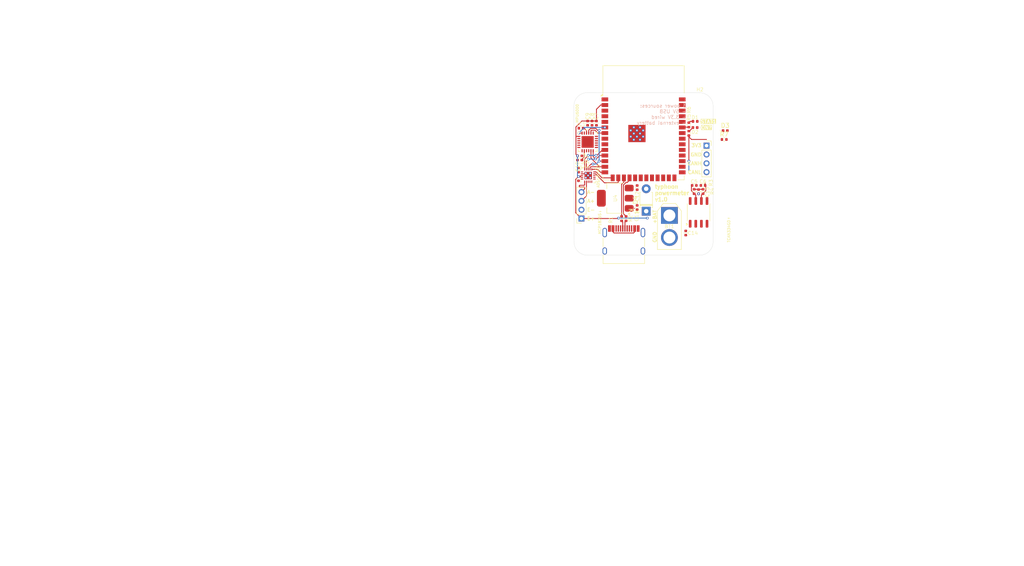
<source format=kicad_pcb>
(kicad_pcb (version 20240108) (generator "pcbnew") (generator_version "8.0")
  (title_block (title "dsads") (date "2024-07-18") (rev "1"))
  (layers (0 "F.Cu" signal) (31 "B.Cu" signal) (34 "B.Paste" user) (35 "F.Paste" user) (36 "B.SilkS" user "B.Silkscreen") (37 "F.SilkS" user "F.Silkscreen") (38 "B.Mask" user) (39 "F.Mask" user) (44 "Edge.Cuts" user))
  (net 0 "")
  (net 1 "+3V3")
  (net 2 "/SYNC_{ADC}")
  (net 3 "/ADS-")
  (net 6 "/CLK_{ADC}")
  (net 7 "/SCLK")
  (net 8 "Net-(ADS131M03-CAP)")
  (net 9 "/ADS+")
  (net 10 "/DRDY_{ADC}")
  (net 11 "/MISO")
  (net 13 "/CS_{ADC}")
  (net 14 "/MOSI")
  (net 18 "Net-(MPU6000-REGOUT)")
  (net 19 "Net-(MPU6000-CPOUT)")
  (net 20 "+5V")
  (net 21 "/CANL")
  (net 22 "/CANH")
  (net 28 "/INT_{gyro}")
  (net 33 "/CS_{gyro}")
  (net 36 "Net-(P1-D+)")
  (net 37 "Net-(P1-D-)")
  (net 46 "/USB_{D}+")
  (net 47 "/USB_{D}-")
  (net 48 "Net-(C13-Pad2)")
  (net 52 "/RX")
  (net 53 "/TX")
  (net 56 "GND")
  (net 57 "Net-(D1-A)")
  (net 58 "Net-(D2-A)")
  (net 59 "/LED")
  (net 60 "/STB_{CAN}")
  (net 61 "/SHDN_{CAN}")
  (net 69 "Net-(D3-A)")
  (net 70 "/LED_{1}")
  (net 71 "/LED_{2}")
  (footprint "LED_SMD:LED_0402_1005Metric" (layer "F.Cu") (at 190 64.7 180)
    (property "Reference" "D2" (at 0.015 -1 180) (layer "F.SilkS") (effects (font (size 0.8 0.8) (thickness 0.1))))
    (property "Value" "LED")
    (pad "1" smd roundrect (at -0.485 0 180) (size 0.59 0.64) (layers "F.Cu" "F.Paste" "F.Mask") (net 56 "GND"))
    (pad "2" smd roundrect (at 0.485 0 180) (size 0.59 0.64) (layers "F.Cu" "F.Paste" "F.Mask") (net 58 "Net-(D2-A)"))
  )
  (footprint "Resistor_SMD:R_0402_1005Metric" (layer "F.Cu") (at 188.6 64.1 90)
    (property "Reference" "R5" (at 1.7 0 270) (layer "F.SilkS") (effects (font (size 0.8 0.8) (thickness 0.1))))
    (property "Value" "320")
    (pad "1" smd roundrect (at -0.51 0 90) (size 0.54 0.64) (layers "F.Cu" "F.Paste" "F.Mask") (net 70 "/LED_{1}"))
    (pad "2" smd roundrect (at 0.51 0 90) (size 0.54 0.64) (layers "F.Cu" "F.Paste" "F.Mask") (net 57 "Net-(D1-A)"))
  )
  (footprint "0_stuff:ads" (layer "F.Cu") (at 165.827234 75.560566 90)
    (property "Reference" "ADS131M03" (at -0.139434 2.272766 90) (layer "F.SilkS") (effects (font (size 0.6 0.6) (thickness 0.1))))
    (property "Value" "~")
    (pad "1" smd oval (at -1.4 -0.8 180) (size 0.2 0.6) (layers "F.Cu" "F.Paste" "F.Mask") (net 9 "/ADS+"))
    (pad "2" smd oval (at -1.4 -0.4 180) (size 0.2 0.6) (layers "F.Cu" "F.Paste" "F.Mask") (net 3 "/ADS-"))
    (pad "3" smd oval (at -1.4 0 180) (size 0.2 0.6) (layers "F.Cu" "F.Paste" "F.Mask"))
    (pad "4" smd oval (at -1.4 0.4 180) (size 0.2 0.6) (layers "F.Cu" "F.Paste" "F.Mask"))
    (pad "5" smd oval (at -1.4 0.8 180) (size 0.2 0.6) (layers "F.Cu" "F.Paste" "F.Mask"))
    (pad "6" smd oval (at -0.8 1.4 90) (size 0.2 0.6) (layers "F.Cu" "F.Paste" "F.Mask"))
    (pad "7" smd oval (at -0.4 1.4 90) (size 0.2 0.6) (layers "F.Cu" "F.Paste" "F.Mask"))
    (pad "8" smd oval (at 0 1.4 90) (size 0.2 0.6) (layers "F.Cu" "F.Paste" "F.Mask"))
    (pad "9" smd oval (at 0.4 1.4 90) (size 0.2 0.6) (layers "F.Cu" "F.Paste" "F.Mask") (net 2 "/SYNC_{ADC}"))
    (pad "10" smd oval (at 0.8 1.4 90) (size 0.2 0.6) (layers "F.Cu" "F.Paste" "F.Mask") (net 13 "/CS_{ADC}"))
    (pad "11" smd oval (at 1.4 0.8 180) (size 0.2 0.6) (layers "F.Cu" "F.Paste" "F.Mask") (net 10 "/DRDY_{ADC}"))
    (pad "12" smd oval (at 1.4 0.4 180) (size 0.2 0.6) (layers "F.Cu" "F.Paste" "F.Mask") (net 7 "/SCLK"))
    (pad "13" smd oval (at 1.4 0 180) (size 0.2 0.6) (layers "F.Cu" "F.Paste" "F.Mask") (net 11 "/MISO"))
    (pad "14" smd oval (at 1.4 -0.4 180) (size 0.2 0.6) (layers "F.Cu" "F.Paste" "F.Mask") (net 14 "/MOSI"))
    (pad "15" smd oval (at 1.4 -0.8 180) (size 0.2 0.6) (layers "F.Cu" "F.Paste" "F.Mask") (net 6 "/CLK_{ADC}"))
    (pad "16" smd oval (at 0.8 -1.4 90) (size 0.2 0.6) (layers "F.Cu" "F.Paste" "F.Mask") (net 8 "Net-(ADS131M03-CAP)"))
    (pad "17" smd oval (at 0.4 -1.4 90) (size 0.2 0.6) (layers "F.Cu" "F.Paste" "F.Mask") (net 56 "GND"))
    (pad "18" smd oval (at 0 -1.4 90) (size 0.2 0.6) (layers "F.Cu" "F.Paste" "F.Mask") (net 1 "+3V3"))
    (pad "19" smd oval (at -0.4 -1.4 90) (size 0.2 0.6) (layers "F.Cu" "F.Paste" "F.Mask") (net 1 "+3V3"))
    (pad "20" smd oval (at -0.8 -1.4 90) (size 0.2 0.6) (layers "F.Cu" "F.Paste" "F.Mask") (net 56 "GND"))
    (pad "21" smd rect (at 0 0 90) (size 1.7 1.7) (layers "F.Cu" "F.Mask"))
  )
  (footprint "Capacitor_SMD:C_0402_1005Metric" (layer "F.Cu") (at 191.8 77.8 180)
    (property "Reference" "C6" (at 0.005 0.88 180) (layer "F.SilkS") (effects (font (size 0.8 0.8) (thickness 0.1))))
    (property "Value" "100p")
    (pad "1" smd roundrect (at -0.48 0 180) (size 0.56 0.62) (layers "F.Cu" "F.Paste" "F.Mask") (net 21 "/CANL"))
    (pad "2" smd roundrect (at 0.48 0 180) (size 0.56 0.62) (layers "F.Cu" "F.Paste" "F.Mask") (net 56 "GND"))
  )
  (footprint "Capacitor_SMD:C_0402_1005Metric" (layer "F.Cu") (at 163.4 71.58 90)
    (property "Reference" "C10" (at -1.98 0 270) (layer "F.SilkS") (effects (font (size 0.8 0.8) (thickness 0.1))))
    (property "Value" "1u")
    (pad "1" smd roundrect (at -0.48 0 90) (size 0.56 0.62) (layers "F.Cu" "F.Paste" "F.Mask") (net 56 "GND"))
    (pad "2" smd roundrect (at 0.48 0 90) (size 0.56 0.62) (layers "F.Cu" "F.Paste" "F.Mask") (net 1 "+3V3"))
  )
  (footprint "MountingHole:MountingHole_2.7mm_M2.5" (layer "F.Cu") (at 191.1 59.8)
    (property "Reference" "H2" (at 0 -3.7 0) (layer "F.SilkS") (effects (font (size 0.8 0.8) (thickness 0.1))))
    (property "Value" "M2.5")
    (pad "" np_thru_hole circle (at 0 0) (size 2.7 2.7) (drill 2.7) (layers "*.Cu" "*.Mask"))
  )
  (footprint "Capacitor_SMD:C_0402_1005Metric" (layer "F.Cu") (at 190.8 79.22 90)
    (property "Reference" "C13" (at -0.1 1.995 -90) (layer "F.SilkS") (effects (font (size 0.8 0.8) (thickness 0.1))))
    (property "Value" "4.7n")
    (pad "1" smd roundrect (at -0.48 0 90) (size 0.56 0.62) (layers "F.Cu" "F.Paste" "F.Mask") (net 56 "GND"))
    (pad "2" smd roundrect (at 0.48 0 90) (size 0.56 0.62) (layers "F.Cu" "F.Paste" "F.Mask") (net 48 "Net-(C13-Pad2)"))
  )
  (footprint "Package_SO:SO-8_3.9x4.9mm_P1.27mm" (layer "F.Cu") (at 190.8 83.9 90)
    (property "Reference" "U1" (hide yes))
    (property "Value" "~")
    (pad "1" smd roundrect (at -2.575 -1.905 90) (size 1.75 0.6) (layers "F.Cu" "F.Paste" "F.Mask") (net 53 "/TX"))
    (pad "2" smd roundrect (at -2.575 -0.635 90) (size 1.75 0.6) (layers "F.Cu" "F.Paste" "F.Mask") (net 56 "GND"))
    (pad "3" smd roundrect (at -2.575 0.635 90) (size 1.75 0.6) (layers "F.Cu" "F.Paste" "F.Mask") (net 1 "+3V3"))
    (pad "4" smd roundrect (at -2.575 1.905 90) (size 1.75 0.6) (layers "F.Cu" "F.Paste" "F.Mask") (net 52 "/RX"))
    (pad "5" smd roundrect (at 2.575 1.905 90) (size 1.75 0.6) (layers "F.Cu" "F.Paste" "F.Mask") (net 61 "/SHDN_{CAN}"))
    (pad "6" smd roundrect (at 2.575 0.635 90) (size 1.75 0.6) (layers "F.Cu" "F.Paste" "F.Mask") (net 21 "/CANL"))
    (pad "7" smd roundrect (at 2.575 -0.635 90) (size 1.75 0.6) (layers "F.Cu" "F.Paste" "F.Mask") (net 22 "/CANH"))
    (pad "8" smd roundrect (at 2.575 -1.905 90) (size 1.75 0.6) (layers "F.Cu" "F.Paste" "F.Mask") (net 60 "/STB_{CAN}"))
  )
  (footprint "MountingHole:MountingHole_2.7mm_M2.5" (layer "F.Cu") (at 191.1 90.6)
    (property "Reference" "H4" (hide yes))
    (property "Value" "M2.5")
    (pad "" np_thru_hole circle (at 0 0) (size 2.7 2.7) (drill 2.7) (layers "*.Cu" "*.Mask"))
  )
  (footprint "Resistor_SMD:R_0402_1005Metric" (layer "F.Cu") (at 188.6 66 90)
    (property "Reference" "R6" (at 5.3 0 90) (layer "F.SilkS") (effects (font (size 0.8 0.8) (thickness 0.1))))
    (property "Value" "320")
    (pad "1" smd roundrect (at -0.51 0 90) (size 0.54 0.64) (layers "F.Cu" "F.Paste" "F.Mask") (net 71 "/LED_{2}"))
    (pad "2" smd roundrect (at 0.51 0 90) (size 0.54 0.64) (layers "F.Cu" "F.Paste" "F.Mask") (net 58 "Net-(D2-A)"))
  )
  (footprint "0_stuff:QFN24_4X4X0P9_IVS" (layer "F.Cu") (at 165.7 67.949999 180)
    (property "Reference" "MPU6000" (hide yes))
    (property "Value" "~")
    (pad "1" smd rect (at -1.9939 -1.25 270) (size 0.254 0.7112) (layers "F.Cu" "F.Paste" "F.Mask") (net 56 "GND"))
    (pad "2" smd rect (at -1.9939 -0.750001 270) (size 0.254 0.7112) (layers "F.Cu" "F.Paste" "F.Mask"))
    (pad "3" smd rect (at -1.9939 -0.25 270) (size 0.254 0.7112) (layers "F.Cu" "F.Paste" "F.Mask"))
    (pad "4" smd rect (at -1.9939 0.25 270) (size 0.254 0.7112) (layers "F.Cu" "F.Paste" "F.Mask"))
    (pad "5" smd rect (at -1.9939 0.750001 270) (size 0.254 0.7112) (layers "F.Cu" "F.Paste" "F.Mask"))
    (pad "6" smd rect (at -1.9939 1.25 270) (size 0.254 0.7112) (layers "F.Cu" "F.Paste" "F.Mask") (net 56 "GND"))
    (pad "7" smd rect (at -1.25 1.9939 180) (size 0.254 0.7112) (layers "F.Cu" "F.Paste" "F.Mask") (net 56 "GND"))
    (pad "8" smd rect (at -0.750001 1.9939 180) (size 0.254 0.7112) (layers "F.Cu" "F.Paste" "F.Mask") (net 33 "/CS_{gyro}"))
    (pad "9" smd rect (at -0.25 1.9939 180) (size 0.254 0.7112) (layers "F.Cu" "F.Paste" "F.Mask") (net 11 "/MISO"))
    (pad "10" smd rect (at 0.25 1.9939 180) (size 0.254 0.7112) (layers "F.Cu" "F.Paste" "F.Mask") (net 18 "Net-(MPU6000-REGOUT)"))
    (pad "11" smd rect (at 0.750001 1.9939 180) (size 0.254 0.7112) (layers "F.Cu" "F.Paste" "F.Mask") (net 56 "GND"))
    (pad "12" smd rect (at 1.25 1.9939 180) (size 0.254 0.7112) (layers "F.Cu" "F.Paste" "F.Mask") (net 28 "/INT_{gyro}"))
    (pad "13" smd rect (at 1.9939 1.25 270) (size 0.254 0.7112) (layers "F.Cu" "F.Paste" "F.Mask") (net 1 "+3V3"))
    (pad "14" smd rect (at 1.9939 0.750001 270) (size 0.254 0.7112) (layers "F.Cu" "F.Paste" "F.Mask"))
    (pad "15" smd rect (at 1.9939 0.25 270) (size 0.254 0.7112) (layers "F.Cu" "F.Paste" "F.Mask"))
    (pad "16" smd rect (at 1.9939 -0.25 270) (size 0.254 0.7112) (layers "F.Cu" "F.Paste" "F.Mask"))
    (pad "17" smd rect (at 1.9939 -0.750001 270) (size 0.254 0.7112) (layers "F.Cu" "F.Paste" "F.Mask"))
    (pad "18" smd rect (at 1.9939 -1.25 270) (size 0.254 0.7112) (layers "F.Cu" "F.Paste" "F.Mask") (net 56 "GND"))
    (pad "19" smd rect (at 1.25 -1.9939 180) (size 0.254 0.7112) (layers "F.Cu" "F.Paste" "F.Mask"))
    (pad "20" smd rect (at 0.750001 -1.9939 180) (size 0.254 0.7112) (layers "F.Cu" "F.Paste" "F.Mask") (net 19 "Net-(MPU6000-CPOUT)"))
    (pad "21" smd rect (at 0.25 -1.9939 180) (size 0.254 0.7112) (layers "F.Cu" "F.Paste" "F.Mask"))
    (pad "22" smd rect (at -0.25 -1.9939 180) (size 0.254 0.7112) (layers "F.Cu" "F.Paste" "F.Mask"))
    (pad "23" smd rect (at -0.750001 -1.9939 180) (size 0.254 0.7112) (layers "F.Cu" "F.Paste" "F.Mask") (net 7 "/SCLK"))
    (pad "24" smd rect (at -1.25 -1.9939 180) (size 0.254 0.7112) (layers "F.Cu" "F.Paste" "F.Mask") (net 14 "/MOSI"))
    (pad "25" smd rect (at 0 0 180) (size 2.7432 2.6416) (layers "F.Cu" "F.Paste" "F.Mask"))
  )
  (footprint "Capacitor_SMD:C_0402_1005Metric" (layer "F.Cu") (at 176.9 78.3 -90)
    (property "Reference" "C12" (at 2 0 90) (layer "F.SilkS") (effects (font (size 0.8 0.8) (thickness 0.1))))
    (property "Value" "22u")
    (pad "1" smd roundrect (at -0.48 0 270) (size 0.56 0.62) (layers "F.Cu" "F.Paste" "F.Mask") (net 56 "GND"))
    (pad "2" smd roundrect (at 0.48 0 270) (size 0.56 0.62) (layers "F.Cu" "F.Paste" "F.Mask") (net 1 "+3V3"))
  )
  (footprint "Capacitor_SMD:C_0402_1005Metric" (layer "F.Cu") (at 166.6939 63.7 90)
    (property "Reference" "C8" (at 1.58 0 -90) (layer "F.SilkS") (effects (font (size 0.8 0.8) (thickness 0.1))))
    (property "Value" "100n")
    (pad "1" smd roundrect (at -0.48 0 90) (size 0.56 0.62) (layers "F.Cu" "F.Paste" "F.Mask") (net 56 "GND"))
    (pad "2" smd roundrect (at 0.48 0 90) (size 0.56 0.62) (layers "F.Cu" "F.Paste" "F.Mask") (net 1 "+3V3"))
  )
  (footprint "Resistor_SMD:R_0402_1005Metric" (layer "F.Cu") (at 174.39 85.31 90)
    (property "Reference" "R2" (at 0.01 1 270) (layer "F.SilkS") (effects (font (size 0.8 0.8) (thickness 0.1))))
    (property "Value" "22")
    (pad "1" smd roundrect (at -0.51 0 90) (size 0.54 0.64) (layers "F.Cu" "F.Paste" "F.Mask") (net 37 "Net-(P1-D-)"))
    (pad "2" smd roundrect (at 0.51 0 90) (size 0.54 0.64) (layers "F.Cu" "F.Paste" "F.Mask") (net 47 "/USB_{D}-"))
  )
  (footprint "Connector_AMASS:AMASS_XT30U-M_1x02_P5.0mm_Vertical" (layer "F.Cu") (at 184.2 84.6 -90)
    (property "Reference" "BT1" (at 2.5 0 180) (layer "F.SilkS") (effects (font (size 0.8 0.8) (thickness 0.1))))
    (property "Value" "Battery_Cell")
    (fp_text user "+BAT" (at 0.3 3.3 90) (layer "F.SilkS") (effects (font (size 0.8 0.8) (thickness 0.16) (bold yes))))
    (fp_text user "GND" (at 4.9 3.3 -90) (layer "F.SilkS") (effects (font (size 0.8 0.8) (thickness 0.16) (bold yes))))
    (pad "1" thru_hole rect (at 0 0 270) (size 3.8 3.8) (drill 2.7) (layers "*.Cu" "*.Mask") (net 20 "+5V"))
    (pad "2" thru_hole circle (at 5 0 270) (size 3.8 3.8) (drill 2.7) (layers "*.Cu" "*.Mask") (net 56 "GND"))
  )
  (footprint "Capacitor_SMD:C_0402_1005Metric" (layer "F.Cu") (at 163.627234 74.32 -90)
    (property "Reference" "C4" (at -1.1939 -0.972766 90) (layer "F.SilkS") (effects (font (size 0.8 0.8) (thickness 0.1))))
    (property "Value" "220n")
    (pad "1" smd roundrect (at -0.48 0 270) (size 0.56 0.62) (layers "F.Cu" "F.Paste" "F.Mask") (net 56 "GND"))
    (pad "2" smd roundrect (at 0.48 0 270) (size 0.56 0.62) (layers "F.Cu" "F.Paste" "F.Mask") (net 8 "Net-(ADS131M03-CAP)"))
  )
  (footprint "Resistor_SMD:R_0402_1005Metric" (layer "F.Cu") (at 173.39 85.31 90)
    (property "Reference" "R1" (at -0.29 -2.45 270) (layer "F.SilkS") (effects (font (size 0.8 0.8) (thickness 0.1))))
    (property "Value" "22")
    (pad "1" smd roundrect (at -0.51 0 90) (size 0.54 0.64) (layers "F.Cu" "F.Paste" "F.Mask") (net 36 "Net-(P1-D+)"))
    (pad "2" smd roundrect (at 0.51 0 90) (size 0.54 0.64) (layers "F.Cu" "F.Paste" "F.Mask") (net 46 "/USB_{D}+"))
  )
  (footprint "RF_Module:ESP32-S3-WROOM-1" (layer "F.Cu") (at 178.35 63.59)
    (property "Reference" "U2" (hide yes))
    (property "Value" "ESP32-S3-WROOM-1")
    (pad "1" smd rect (at -8.75 -5.26) (size 1.5 0.9) (layers "F.Cu" "F.Paste" "F.Mask") (net 56 "GND"))
    (pad "2" smd rect (at -8.75 -3.99) (size 1.5 0.9) (layers "F.Cu" "F.Paste" "F.Mask") (net 1 "+3V3"))
    (pad "3" smd rect (at -8.75 -2.72) (size 1.5 0.9) (layers "F.Cu" "F.Paste" "F.Mask"))
    (pad "4" smd rect (at -8.75 -1.45) (size 1.5 0.9) (layers "F.Cu" "F.Paste" "F.Mask") (net 59 "/LED"))
    (pad "5" smd rect (at -8.75 -0.18) (size 1.5 0.9) (layers "F.Cu" "F.Paste" "F.Mask"))
    (pad "6" smd rect (at -8.75 1.09) (size 1.5 0.9) (layers "F.Cu" "F.Paste" "F.Mask") (net 28 "/INT_{gyro}"))
    (pad "7" smd rect (at -8.75 2.36) (size 1.5 0.9) (layers "F.Cu" "F.Paste" "F.Mask") (net 33 "/CS_{gyro}"))
    (pad "8" smd rect (at -8.75 3.63) (size 1.5 0.9) (layers "F.Cu" "F.Paste" "F.Mask"))
    (pad "9" smd rect (at -8.75 4.9) (size 1.5 0.9) (layers "F.Cu" "F.Paste" "F.Mask"))
    (pad "10" smd rect (at -8.75 6.17) (size 1.5 0.9) (layers "F.Cu" "F.Paste" "F.Mask") (net 6 "/CLK_{ADC}"))
    (pad "11" smd rect (at -8.75 7.44) (size 1.5 0.9) (layers "F.Cu" "F.Paste" "F.Mask") (net 14 "/MOSI"))
    (pad "12" smd rect (at -8.75 8.71) (size 1.5 0.9) (layers "F.Cu" "F.Paste" "F.Mask") (net 11 "/MISO"))
    (pad "13" smd rect (at -8.75 9.98) (size 1.5 0.9) (layers "F.Cu" "F.Paste" "F.Mask") (net 7 "/SCLK"))
    (pad "14" smd rect (at -8.75 11.25 180) (size 1.5 0.9) (layers "F.Cu" "F.Paste" "F.Mask") (net 10 "/DRDY_{ADC}"))
    (pad "15" smd rect (at -6.985 12.5 270) (size 1.5 0.9) (layers "F.Cu" "F.Paste" "F.Mask") (net 13 "/CS_{ADC}"))
    (pad "16" smd rect (at -5.715 12.5 270) (size 1.5 0.9) (layers "F.Cu" "F.Paste" "F.Mask") (net 2 "/SYNC_{ADC}"))
    (pad "17" smd rect (at -4.445 12.5 270) (size 1.5 0.9) (layers "F.Cu" "F.Paste" "F.Mask") (net 46 "/USB_{D}+"))
    (pad "18" smd rect (at -3.175 12.5 270) (size 1.5 0.9) (layers "F.Cu" "F.Paste" "F.Mask") (net 47 "/USB_{D}-"))
    (pad "19" smd rect (at -1.905 12.5 270) (size 1.5 0.9) (layers "F.Cu" "F.Paste" "F.Mask"))
    (pad "20" smd rect (at -0.635 12.5 270) (size 1.5 0.9) (layers "F.Cu" "F.Paste" "F.Mask"))
    (pad "21" smd rect (at 0.635 12.5 270) (size 1.5 0.9) (layers "F.Cu" "F.Paste" "F.Mask"))
    (pad "22" smd rect (at 1.905 12.5 270) (size 1.5 0.9) (layers "F.Cu" "F.Paste" "F.Mask"))
    (pad "23" smd rect (at 3.175 12.5 270) (size 1.5 0.9) (layers "F.Cu" "F.Paste" "F.Mask"))
    (pad "24" smd rect (at 4.445 12.5 270) (size 1.5 0.9) (layers "F.Cu" "F.Paste" "F.Mask"))
    (pad "25" smd rect (at 5.715 12.5 270) (size 1.5 0.9) (layers "F.Cu" "F.Paste" "F.Mask") (net 53 "/TX"))
    (pad "26" smd rect (at 6.985 12.5 270) (size 1.5 0.9) (layers "F.Cu" "F.Paste" "F.Mask") (net 52 "/RX"))
    (pad "27" smd rect (at 8.75 11.25) (size 1.5 0.9) (layers "F.Cu" "F.Paste" "F.Mask") (net 61 "/SHDN_{CAN}"))
    (pad "28" smd rect (at 8.75 9.98) (size 1.5 0.9) (layers "F.Cu" "F.Paste" "F.Mask") (net 60 "/STB_{CAN}"))
    (pad "29" smd rect (at 8.75 8.71) (size 1.5 0.9) (layers "F.Cu" "F.Paste" "F.Mask"))
    (pad "30" smd rect (at 8.75 7.44) (size 1.5 0.9) (layers "F.Cu" "F.Paste" "F.Mask"))
    (pad "31" smd rect (at 8.75 6.17) (size 1.5 0.9) (layers "F.Cu" "F.Paste" "F.Mask"))
    (pad "32" smd rect (at 8.75 4.9) (size 1.5 0.9) (layers "F.Cu" "F.Paste" "F.Mask"))
    (pad "33" smd rect (at 8.75 3.63) (size 1.5 0.9) (layers "F.Cu" "F.Paste" "F.Mask"))
    (pad "34" smd rect (at 8.75 2.36) (size 1.5 0.9) (layers "F.Cu" "F.Paste" "F.Mask"))
    (pad "35" smd rect (at 8.75 1.09) (size 1.5 0.9) (layers "F.Cu" "F.Paste" "F.Mask") (net 59 "/LED"))
    (pad "36" smd rect (at 8.75 -0.18) (size 1.5 0.9) (layers "F.Cu" "F.Paste" "F.Mask"))
    (pad "37" smd rect (at 8.75 -1.45) (size 1.5 0.9) (layers "F.Cu" "F.Paste" "F.Mask"))
    (pad "38" smd rect (at 8.75 -2.72) (size 1.5 0.9) (layers "F.Cu" "F.Paste" "F.Mask"))
    (pad "39" smd rect (at 8.75 -3.99) (size 1.5 0.9) (layers "F.Cu" "F.Paste" "F.Mask"))
    (pad "40" smd rect (at 8.75 -5.26) (size 1.5 0.9) (layers "F.Cu" "F.Paste" "F.Mask") (net 56 "GND"))
    (pad "41" thru_hole circle (at -2.9 1.76 90) (size 0.6 0.6) (drill 0.3) (property pad_prop_heatsink) (layers "*.Cu" "F.Mask") (net 56 "GND"))
    (pad "41" thru_hole circle (at -2.9 3.16) (size 0.6 0.6) (drill 0.3) (property pad_prop_heatsink) (layers "*.Cu" "F.Mask") (net 56 "GND"))
    (pad "41" thru_hole circle (at -2.2 1.06) (size 0.6 0.6) (drill 0.3) (property pad_prop_heatsink) (layers "*.Cu" "F.Mask") (net 56 "GND"))
    (pad "41" thru_hole circle (at -2.2 2.46) (size 0.6 0.6) (drill 0.3) (property pad_prop_heatsink) (layers "*.Cu" "F.Mask") (net 56 "GND"))
    (pad "41" thru_hole circle (at -2.2 3.86) (size 0.6 0.6) (drill 0.3) (property pad_prop_heatsink) (layers "*.Cu" "F.Mask") (net 56 "GND"))
    (pad "41" thru_hole circle (at -1.5 1.76) (size 0.6 0.6) (drill 0.3) (property pad_prop_heatsink) (layers "*.Cu" "F.Mask") (net 56 "GND"))
    (pad "41" smd rect (at -1.5 2.46 270) (size 3.9 3.9) (layers "F.Cu" "F.Mask") (net 56 "GND"))
    (pad "41" thru_hole circle (at -1.5 3.16) (size 0.6 0.6) (drill 0.3) (property pad_prop_heatsink) (layers "*.Cu" "F.Mask") (net 56 "GND"))
    (pad "41" thru_hole circle (at -0.8 1.06) (size 0.6 0.6) (drill 0.3) (property pad_prop_heatsink) (layers "*.Cu" "F.Mask") (net 56 "GND"))
    (pad "41" thru_hole circle (at -0.8 2.46) (size 0.6 0.6) (drill 0.3) (property pad_prop_heatsink) (layers "*.Cu" "F.Mask") (net 56 "GND"))
    (pad "41" thru_hole circle (at -0.8 3.86) (size 0.6 0.6) (drill 0.3) (property pad_prop_heatsink) (layers "*.Cu" "F.Mask") (net 56 "GND"))
    (pad "41" thru_hole circle (at -0.1 1.76) (size 0.6 0.6) (drill 0.3) (property pad_prop_heatsink) (layers "*.Cu" "F.Mask") (net 56 "GND"))
    (pad "41" thru_hole circle (at -0.1 3.16) (size 0.6 0.6) (drill 0.3) (property pad_prop_heatsink) (layers "*.Cu" "F.Mask") (net 56 "GND"))
  )
  (footprint "Capacitor_SMD:C_0402_1005Metric" (layer "F.Cu") (at 163.627234 76.2739 90)
    (property "Reference" "C3" (at 3.1739 1.972766 -90) (layer "F.SilkS") (effects (font (size 0.8 0.8) (thickness 0.1))))
    (property "Value" "1u")
    (pad "1" smd roundrect (at -0.48 0 90) (size 0.56 0.62) (layers "F.Cu" "F.Paste" "F.Mask") (net 56 "GND"))
    (pad "2" smd roundrect (at 0.48 0 90) (size 0.56 0.62) (layers "F.Cu" "F.Paste" "F.Mask") (net 1 "+3V3"))
  )
  (footprint "Connector_USB:USB_C_Receptacle_HRO_TYPE-C-31-M-12" (layer "F.Cu") (at 173.89 91.6)
    (property "Reference" "P1" (hide yes))
    (property "Value" "USB_C_Plug_USB2.0")
    (pad "" np_thru_hole circle (at -2.89 -2.6) (size 0.65 0.65) (drill 0.65) (layers "*.Cu" "*.Mask"))
    (pad "" np_thru_hole circle (at 2.89 -2.6) (size 0.65 0.65) (drill 0.65) (layers "*.Cu" "*.Mask"))
    (pad "A1" smd rect (at -3.25 -4.045) (size 0.6 1.45) (layers "F.Cu" "F.Paste" "F.Mask") (net 56 "GND"))
    (pad "A4" smd rect (at -2.45 -4.045) (size 0.6 1.45) (layers "F.Cu" "F.Paste" "F.Mask") (net 20 "+5V"))
    (pad "A5" smd rect (at -1.25 -4.045) (size 0.3 1.45) (layers "F.Cu" "F.Paste" "F.Mask") (net 56 "GND"))
    (pad "A6" smd rect (at -0.25 -4.045) (size 0.3 1.45) (layers "F.Cu" "F.Paste" "F.Mask") (net 36 "Net-(P1-D+)"))
    (pad "A7" smd rect (at 0.25 -4.045) (size 0.3 1.45) (layers "F.Cu" "F.Paste" "F.Mask") (net 37 "Net-(P1-D-)"))
    (pad "A8" smd rect (at 1.25 -4.045) (size 0.3 1.45) (layers "F.Cu" "F.Paste" "F.Mask"))
    (pad "A9" smd rect (at 2.45 -4.045) (size 0.6 1.45) (layers "F.Cu" "F.Paste" "F.Mask") (net 20 "+5V"))
    (pad "A12" smd rect (at 3.25 -4.045) (size 0.6 1.45) (layers "F.Cu" "F.Paste" "F.Mask") (net 56 "GND"))
    (pad "B1" smd rect (at 3.25 -4.045) (size 0.6 1.45) (layers "F.Cu" "F.Paste" "F.Mask") (net 56 "GND"))
    (pad "B4" smd rect (at 2.45 -4.045) (size 0.6 1.45) (layers "F.Cu" "F.Paste" "F.Mask") (net 20 "+5V"))
    (pad "B5" smd rect (at 1.75 -4.045) (size 0.3 1.45) (layers "F.Cu" "F.Paste" "F.Mask") (net 56 "GND"))
    (pad "B6" smd rect (at 0.75 -4.045) (size 0.3 1.45) (layers "F.Cu" "F.Paste" "F.Mask"))
    (pad "B7" smd rect (at -0.75 -4.045) (size 0.3 1.45) (layers "F.Cu" "F.Paste" "F.Mask"))
    (pad "B8" smd rect (at -1.75 -4.045) (size 0.3 1.45) (layers "F.Cu" "F.Paste" "F.Mask"))
    (pad "B9" smd rect (at -2.45 -4.045) (size 0.6 1.45) (layers "F.Cu" "F.Paste" "F.Mask") (net 20 "+5V"))
    (pad "B12" smd rect (at -3.25 -4.045) (size 0.6 1.45) (layers "F.Cu" "F.Paste" "F.Mask") (net 56 "GND"))
    (pad "S1" thru_hole oval (at -4.32 -3.13) (size 1 2.1) (drill oval 0.6 1.7) (layers "*.Cu" "*.Mask") (net 56 "GND"))
    (pad "S1" thru_hole oval (at -4.32 1.05) (size 1 1.6) (drill oval 0.6 1.2) (layers "*.Cu" "*.Mask") (net 56 "GND"))
    (pad "S1" thru_hole oval (at 4.32 -3.13) (size 1 2.1) (drill oval 0.6 1.7) (layers "*.Cu" "*.Mask") (net 56 "GND"))
    (pad "S1" thru_hole oval (at 4.32 1.05) (size 1 1.6) (drill oval 0.6 1.2) (layers "*.Cu" "*.Mask") (net 56 "GND"))
  )
  (footprint "Capacitor_SMD:C_0402_1005Metric" (layer "F.Cu") (at 165.6939 63.7 90)
    (property "Reference" "C9" (at 1.58 0 -90) (layer "F.SilkS") (effects (font (size 0.8 0.8) (thickness 0.1))))
    (property "Value" "1u")
    (pad "1" smd roundrect (at -0.48 0 90) (size 0.56 0.62) (layers "F.Cu" "F.Paste" "F.Mask") (net 56 "GND"))
    (pad "2" smd roundrect (at 0.48 0 90) (size 0.56 0.62) (layers "F.Cu" "F.Paste" "F.Mask") (net 1 "+3V3"))
  )
  (footprint "Diode_THT:D_T-1_P5.08mm_Horizontal" (layer "F.Cu") (at 178.95 83.64 90)
    (property "Reference" "D4" (at 2.54 -2.42 270) (layer "F.SilkS"))
    (property "Value" "D")
    (fp_text user "K" (at 0 -2 270) (layer "F.SilkS"))
    (pad "1" thru_hole rect (at 0 0 90) (size 2 2) (drill 1) (layers "*.Cu" "*.Mask") (net 20 "+5V"))
    (pad "2" thru_hole oval (at 5.08 0 90) (size 2 2) (drill 1) (layers "*.Cu" "*.Mask") (net 1 "+3V3"))
  )
  (footprint "Resistor_SMD:R_0402_1005Metric" (layer "F.Cu") (at 191.8 79.19 -90)
    (property "Reference" "R4" (at -0.065 -2.095 90) (layer "F.SilkS") (effects (font (size 0.8 0.8) (thickness 0.1))))
    (property "Value" "60")
    (pad "1" smd roundrect (at -0.51 0 270) (size 0.54 0.64) (layers "F.Cu" "F.Paste" "F.Mask") (net 48 "Net-(C13-Pad2)"))
    (pad "2" smd roundrect (at 0.51 0 270) (size 0.54 0.64) (layers "F.Cu" "F.Paste" "F.Mask") (net 21 "/CANL"))
  )
  (footprint "MountingHole:MountingHole_2.7mm_M2.5" (layer "F.Cu") (at 165.6 59.8)
    (property "Reference" "H1" (hide yes))
    (property "Value" "M2.5")
    (pad "" np_thru_hole circle (at 0 0) (size 2.7 2.7) (drill 2.7) (layers "*.Cu" "*.Mask"))
  )
  (footprint "Capacitor_SMD:C_0402_1005Metric" (layer "F.Cu") (at 187.9 88.58 90)
    (property "Reference" "C14" (at 0 1.6 0) (layer "F.SilkS") (effects (font (size 0.8 0.8) (thickness 0.1))))
    (property "Value" "100n")
    (pad "1" smd roundrect (at -0.48 0 90) (size 0.56 0.62) (layers "F.Cu" "F.Paste" "F.Mask") (net 56 "GND"))
    (pad "2" smd roundrect (at 0.48 0 90) (size 0.56 0.62) (layers "F.Cu" "F.Paste" "F.Mask") (net 1 "+3V3"))
  )
  (footprint "LED_SMD:LED_0402_1005Metric" (layer "F.Cu") (at 196.825 65.41)
    (property "Reference" "D3" (at 0 -1.17 0) (layer "F.SilkS"))
    (property "Value" "LED")
    (pad "1" smd roundrect (at -0.485 0) (size 0.59 0.64) (layers "F.Cu" "F.Paste" "F.Mask") (net 56 "GND"))
    (pad "2" smd roundrect (at 0.485 0) (size 0.59 0.64) (layers "F.Cu" "F.Paste" "F.Mask") (net 69 "Net-(D3-A)"))
  )
  (footprint "Capacitor_SMD:C_0402_1005Metric" (layer "F.Cu") (at 164.4 71.58 90)
    (property "Reference" "C2" (at 0 1 270) (layer "F.SilkS") (effects (font (size 0.8 0.8) (thickness 0.1))))
    (property "Value" "2.2n")
    (pad "1" smd roundrect (at -0.48 0 90) (size 0.56 0.62) (layers "F.Cu" "F.Paste" "F.Mask") (net 56 "GND"))
    (pad "2" smd roundrect (at 0.48 0 90) (size 0.56 0.62) (layers "F.Cu" "F.Paste" "F.Mask") (net 19 "Net-(MPU6000-CPOUT)"))
  )
  (footprint "Resistor_SMD:R_0402_1005Metric" (layer "F.Cu") (at 196.59 67.4)
    (property "Reference" "R7" (at 0 -1.17 0) (layer "F.SilkS"))
    (property "Value" "320")
    (pad "1" smd roundrect (at -0.51 0) (size 0.54 0.64) (layers "F.Cu" "F.Paste" "F.Mask") (net 1 "+3V3"))
    (pad "2" smd roundrect (at 0.51 0) (size 0.54 0.64) (layers "F.Cu" "F.Paste" "F.Mask") (net 69 "Net-(D3-A)"))
  )
  (footprint "Resistor_SMD:R_0402_1005Metric" (layer "F.Cu") (at 189.8 79.19 90)
    (property "Reference" "R3" (at 1.99 3.8 -90) (layer "F.SilkS") (effects (font (size 0.8 0.8) (thickness 0.1))))
    (property "Value" "60")
    (pad "1" smd roundrect (at -0.51 0 90) (size 0.54 0.64) (layers "F.Cu" "F.Paste" "F.Mask") (net 22 "/CANH"))
    (pad "2" smd roundrect (at 0.51 0 90) (size 0.54 0.64) (layers "F.Cu" "F.Paste" "F.Mask") (net 48 "Net-(C13-Pad2)"))
  )
  (footprint "Connector_PinSocket_2.00mm:PinSocket_1x04_P2.00mm_Vertical" (layer "F.Cu") (at 164.3 85.3 180)
    (property "Reference" "J4" (hide yes))
    (property "Value" "Conn_01x04_Pin")
    (pad "1" thru_hole rect (at 0 0 180) (size 1.35 1.35) (drill 0.8) (layers "*.Cu" "*.Mask") (net 1 "+3V3"))
    (pad "2" thru_hole oval (at 0 2 180) (size 1.35 1.35) (drill 0.8) (layers "*.Cu" "*.Mask") (net 56 "GND"))
    (pad "3" thru_hole oval (at 0 4 180) (size 1.35 1.35) (drill 0.8) (layers "*.Cu" "*.Mask") (net 3 "/ADS-"))
    (pad "4" thru_hole oval (at 0 6 180) (size 1.35 1.35) (drill 0.8) (layers "*.Cu" "*.Mask") (net 9 "/ADS+"))
  )
  (footprint "Package_TO_SOT_SMD:SOT-223-3_TabPin2" (layer "F.Cu") (at 171.95 80.7 180)
    (property "Reference" "U4" (at 0 0 270) (layer "F.SilkS") (effects (font (size 0.8 0.8) (thickness 0.1))))
    (property "Value" "MCP1825S")
    (pad "1" smd roundrect (at -3.15 -2.3 180) (size 2 1.5) (layers "F.Cu" "F.Paste" "F.Mask") (net 20 "+5V"))
    (pad "2" smd roundrect (at -3.15 0 180) (size 2 1.5) (layers "F.Cu" "F.Paste" "F.Mask") (net 56 "GND"))
    (pad "2" smd roundrect (at 3.15 0 180) (size 2 3.8) (layers "F.Cu" "F.Paste" "F.Mask") (net 56 "GND"))
    (pad "3" smd roundrect (at -3.15 2.3 180) (size 2 1.5) (layers "F.Cu" "F.Paste" "F.Mask") (net 1 "+3V3"))
  )
  (footprint "LED_SMD:LED_0402_1005Metric" (layer "F.Cu") (at 190.015 63.3 180)
    (property "Reference" "D1" (at 0.015 0.9 180) (layer "F.SilkS") (effects (font (size 0.8 0.8) (thickness 0.1))))
    (property "Value" "LED")
    (pad "1" smd roundrect (at -0.485 0 180) (size 0.59 0.64) (layers "F.Cu" "F.Paste" "F.Mask") (net 56 "GND"))
    (pad "2" smd roundrect (at 0.485 0 180) (size 0.59 0.64) (layers "F.Cu" "F.Paste" "F.Mask") (net 57 "Net-(D1-A)"))
  )
  (footprint "MountingHole:MountingHole_2.7mm_M2.5" (layer "F.Cu") (at 165.6 90.6)
    (property "Reference" "H3" (hide yes))
    (property "Value" "M2.5")
    (pad "" np_thru_hole circle (at 0 0) (size 2.7 2.7) (drill 2.7) (layers "*.Cu" "*.Mask"))
  )
  (footprint "Capacitor_SMD:C_0402_1005Metric" (layer "F.Cu") (at 176.9 82.8 -90)
    (property "Reference" "C11" (at 2 0.11 90) (layer "F.SilkS") (effects (font (size 0.8 0.8) (thickness 0.1))))
    (property "Value" "22u")
    (pad "1" smd roundrect (at -0.48 0 270) (size 0.56 0.62) (layers "F.Cu" "F.Paste" "F.Mask") (net 56 "GND"))
    (pad "2" smd roundrect (at 0.48 0 270) (size 0.56 0.62) (layers "F.Cu" "F.Paste" "F.Mask") (net 20 "+5V"))
  )
  (footprint "Capacitor_SMD:C_0402_1005Metric" (layer "F.Cu") (at 167.6939 63.7 90)
    (property "Reference" "C7" (at 1.58 0 -90) (layer "F.SilkS") (effects (font (size 0.8 0.8) (thickness 0.1))))
    (property "Value" "10n")
    (pad "1" smd roundrect (at -0.48 0 90) (size 0.56 0.62) (layers "F.Cu" "F.Paste" "F.Mask") (net 56 "GND"))
    (pad "2" smd roundrect (at 0.48 0 90) (size 0.56 0.62) (layers "F.Cu" "F.Paste" "F.Mask") (net 1 "+3V3"))
  )
  (footprint "Capacitor_SMD:C_0402_1005Metric" (layer "F.Cu") (at 164.1861 64.843899)
    (property "Reference" "C1" (at 0.3139 -0.943899 0) (layer "F.SilkS") (effects (font (size 0.8 0.8) (thickness 0.1))))
    (property "Value" "100n")
    (pad "1" smd roundrect (at -0.48 0) (size 0.56 0.62) (layers "F.Cu" "F.Paste" "F.Mask") (net 56 "GND"))
    (pad "2" smd roundrect (at 0.48 0) (size 0.56 0.62) (layers "F.Cu" "F.Paste" "F.Mask") (net 18 "Net-(MPU6000-REGOUT)"))
  )
  (footprint "Connector_PinSocket_2.00mm:PinSocket_1x04_P2.00mm_Vertical" (layer "F.Cu") (at 192.6 68.8)
    (property "Reference" "J2" (hide yes))
    (property "Value" "Conn_01x04_Pin")
    (pad "1" thru_hole rect (at 0 0) (size 1.35 1.35) (drill 0.8) (layers "*.Cu" "*.Mask") (net 1 "+3V3"))
    (pad "2" thru_hole oval (at 0 2) (size 1.35 1.35) (drill 0.8) (layers "*.Cu" "*.Mask") (net 56 "GND"))
    (pad "3" thru_hole oval (at 0 4) (size 1.35 1.35) (drill 0.8) (layers "*.Cu" "*.Mask") (net 22 "/CANH"))
    (pad "4" thru_hole oval (at 0 6) (size 1.35 1.35) (drill 0.8) (layers "*.Cu" "*.Mask") (net 21 "/CANL"))
  )
  (footprint "Capacitor_SMD:C_0402_1005Metric" (layer "F.Cu") (at 189.82 77.8)
    (property "Reference" "C5" (at -0.025 -0.88 0) (layer "F.SilkS") (effects (font (size 0.8 0.8) (thickness 0.1))))
    (property "Value" "100p")
    (pad "1" smd roundrect (at -0.48 0) (size 0.56 0.62) (layers "F.Cu" "F.Paste" "F.Mask") (net 22 "/CANH"))
    (pad "2" smd roundrect (at 0.48 0) (size 0.56 0.62) (layers "F.Cu" "F.Paste" "F.Mask") (net 56 "GND"))
  )
  (gr_line (start 162.6 59.8) (end 162.62132 90.6) (stroke (width 0.05)) (layer "Edge.Cuts"))
  (gr_line (start 165.6 56.8) (end 191.07868 56.82132) (stroke (width 0.05)) (layer "Edge.Cuts"))
  (gr_arc (start 165.62132 93.6) (mid 163.499994 92.721326) (end 162.62132 90.6) (stroke (width 0.05)) (layer "Edge.Cuts"))
  (gr_arc (start 191.07868 56.82132) (mid 193.2 57.7) (end 194.07868 59.82132) (stroke (width 0.05)) (layer "Edge.Cuts"))
  (gr_line (start 194.07868 59.82132) (end 194.078674 90.6) (stroke (width 0.05)) (layer "Edge.Cuts"))
  (gr_arc (start 162.6 59.8) (mid 163.478673 57.678667) (end 165.6 56.8) (stroke (width 0.05)) (layer "Edge.Cuts"))
  (gr_arc (start 194.078674 90.6) (mid 193.200002 92.721328) (end 191.078674 93.6) (stroke (width 0.05)) (layer "Edge.Cuts"))
  (gr_line (start 165.62132 93.6) (end 191.078674 93.599994) (stroke (width 0.05)) (layer "Edge.Cuts"))
  (gr_text "3 power sources:\n- 5V USB\n- 3.3V wired\n- external battery" (at 188.1 64.1 0) (layer "B.SilkS") (effects (font (size 0.8 0.8) (thickness 0.1)) (justify left bottom mirror)))
  (gr_text "ON?" (at 191.3 65.2 0) (layer "F.SilkS" knockout) (effects (font (size 0.8 0.8) (thickness 0.16) (bold yes)) (justify left bottom)))
  (gr_text "GND" (at 188.9 71.3 0) (layer "F.SilkS") (effects (font (size 0.8 0.8) (thickness 0.16) (bold yes)) (justify left bottom)))
  (gr_text "CANL" (at 188.3 75.3 0) (layer "F.SilkS") (effects (font (size 0.8 0.8) (thickness 0.16) (bold yes)) (justify left bottom)))
  (gr_text "E-" (at 165.5 83.8 0) (layer "F.SilkS") (effects (font (size 0.8 0.8) (thickness 0.16) (bold yes)) (justify left bottom)))
  (gr_text "←MPU6000" (at 163.7 64.4 90) (layer "F.SilkS") (effects (font (size 0.6 0.6) (thickness 0.1)) (justify left bottom)))
  (gr_text "3V3" (at 189.1 69.2 0) (layer "F.SilkS") (effects (font (size 0.8 0.8) (thickness 0.16) (bold yes)) (justify left bottom)))
  (gr_text "STAT1" (at 191.2 63.8 0) (layer "F.SilkS" knockout) (effects (font (size 0.8 0.8) (thickness 0.16) (bold yes)) (justify left bottom)))
  (gr_text "CANH" (at 188.2 73.3 0) (layer "F.SilkS") (effects (font (size 0.8 0.8) (thickness 0.16) (bold yes)) (justify left bottom)))
  (gr_text "K" (at 175.5 83.48 270) (layer "F.SilkS") (effects (font (size 1 1))))
  (gr_text "E+" (at 165.5 85.8 0) (layer "F.SilkS") (effects (font (size 0.8 0.8) (thickness 0.16) (bold yes)) (justify left bottom)))
  (gr_text "A+" (at 165.5 81.8 0) (layer "F.SilkS") (effects (font (size 0.8 0.8) (thickness 0.16) (bold yes)) (justify left bottom)))
  (gr_text "typhoon\npowermeter\nv1.0" (at 180.8 81.5 0) (layer "F.SilkS") (effects (font (size 0.9 0.9) (thickness 0.2) (bold yes)) (justify left bottom)))
  (gr_text "TCAN334GD↑" (at 198 90.8 90) (layer "F.SilkS") (effects (font (size 0.6 0.6) (thickness 0.1)) (justify left bottom)))
  (gr_text "MCP1825S↓" (at 168.8 88.9 90) (layer "F.SilkS") (effects (font (size 0.6 0.6) (thickness 0.1)) (justify left bottom)))
  (gr_text "A-" (at 165.5 79.8 0) (layer "F.SilkS") (effects (font (size 0.8 0.8) (thickness 0.16) (bold yes)) (justify left bottom)))
  (segment (start 165.6939 63.22) (end 167.6939 63.22) (width 0.2) (layer "F.Cu") (net 1))
  (segment (start 168.65 59.6) (end 167.6939 60.5561) (width 0.2) (layer "F.Cu") (net 1))
  (segment (start 163.123499 66.699999) (end 163.0505 66.772998) (width 0.2) (layer "F.Cu") (net 1))
  (segment (start 164.027234 75.760566) (end 164.227234 75.560566) (width 0.2) (layer "F.Cu") (net 1))
  (segment (start 167.6939 60.5561) (end 167.6939 63.22) (width 0.2) (layer "F.Cu") (net 1))
  (segment (start 163.0505 64.563365) (end 164.393865 63.22) (width 0.2) (layer "F.Cu") (net 1))
  (segment (start 163.7061 66.699999) (end 163.123499 66.699999) (width 0.2) (layer "F.Cu") (net 1))
  (segment (start 163.0505 70.7505) (end 163.4 71.1) (width 0.2) (layer "F.Cu") (net 1))
  (segment (start 163.627234 75.7939) (end 163.5478 75.7939) (width 0.2) (layer "F.Cu") (net 1))
  (segment (start 163 84) (end 164.3 85.3) (width 0.2) (layer "F.Cu") (net 1))
  (segment (start 163.0505 66.8) (end 163.0505 64.563365) (width 0.2) (layer "F.Cu") (net 1))
  (segment (start 169.6 59.6) (end 168.65 59.6) (width 0.2) (layer "F.Cu") (net 1))
  (segment (start 163.0505 66.8) (end 163.0505 70.7505) (width 0.2) (layer "F.Cu") (net 1))
  (segment (start 163.0505 66.772998) (end 163.0505 66.8) (width 0.2) (layer "F.Cu") (net 1))
  (segment (start 172.6 85.3) (end 164.3 85.3) (width 0.2) (layer "F.Cu") (net 1))
  (segment (start 164.393865 63.22) (end 165.6939 63.22) (width 0.2) (layer "F.Cu") (net 1))
  (segment (start 163.627234 75.7939) (end 163 76.421134) (width 0.2) (layer "F.Cu") (net 1))
  (segment (start 164.027234 75.760566) (end 164.227234 75.960566) (width 0.2) (layer "F.Cu") (net 1))
  (segment (start 172.7 85.2) (end 172.6 85.3) (width 0.2) (layer "F.Cu") (net 1))
  (segment (start 164.027234 75.760566) (end 163.5939 75.760566) (width 0.2) (layer "F.Cu") (net 1))
  (segment (start 163 76.421134) (end 163 84) (width 0.2) (layer "F.Cu") (net 1))
  (via (at 163.4 71.1) (size 0.6) (drill 0.3) (layers "F.Cu" "B.Cu") (net 1))
  (via (at 172.7 85.2) (size 0.6) (drill 0.3) (layers "F.Cu" "B.Cu") (net 1))
  (via (at 179.2 85.2) (size 0.6) (drill 0.3) (layers "F.Cu" "B.Cu") (net 1))
  (via (at 163.627234 75.7939) (size 0.6) (drill 0.3) (layers "F.Cu" "B.Cu") (net 1))
  (segment (start 163.4 71.1) (end 163.4 75.566666) (width 0.2) (layer "B.Cu") (net 1))
  (segment (start 163.4 75.566666) (end 163.627234 75.7939) (width 0.2) (layer "B.Cu") (net 1))
  (segment (start 172.7 85.2) (end 179.2 85.2) (width 0.2) (layer "B.Cu") (net 1))
  (segment (start 169.5 77.2) (end 172.475 77.2) (width 0.2) (layer "F.Cu") (net 2))
  (segment (start 172.475 77.2) (end 172.635 77.04) (width 0.2) (layer "F.Cu") (net 2))
  (segment (start 172.48 76.245) (end 172.635 76.09) (width 0.2) (layer "F.Cu") (net 2))
  (segment (start 167.460566 75.160566) (end 169.5 77.2) (width 0.2) (layer "F.Cu") (net 2))
  (segment (start 172.635 77.04) (end 172.635 76.09) (width 0.2) (layer "F.Cu") (net 2))
  (segment (start 165.427234 76.960566) (end 165.427234 80.172766) (width 0.2) (layer "F.Cu") (net 3))
  (segment (start 165.427234 80.172766) (end 164.3 81.3) (width 0.2) (layer "F.Cu") (net 3))
  (segment (start 167.7939 71) (end 169.0339 69.76) (width 0.2) (layer "F.Cu") (net 6))
  (segment (start 167.5939 71) (end 167.7939 71) (width 0.2) (layer "F.Cu") (net 6))
  (segment (start 165.027234 71.822767) (end 165.850001 71) (width 0.2) (layer "F.Cu") (net 6))
  (segment (start 165.027234 74.160566) (end 165.027234 71.822767) (width 0.2) (layer "F.Cu") (net 6))
  (via (at 167.5939 71) (size 0.6) (drill 0.3) (layers "F.Cu" "B.Cu") (net 6))
  (via (at 165.850001 71) (size 0.6) (drill 0.3) (layers "F.Cu" "B.Cu") (net 6))
  (segment (start 165.850001 71) (end 167.5939 71) (width 0.2) (layer "B.Cu") (net 6))
  (segment (start 166.450001 71.616667) (end 168.3939 73.560566) (width 0.2) (layer "F.Cu") (net 7))
  (segment (start 169.590566 73.560566) (end 168.2 73.560566) (width 0.2) (layer "F.Cu") (net 7))
  (segment (start 166.461549 73.560566) (end 166.227234 73.794881) (width 0.2) (layer "F.Cu") (net 7))
  (segment (start 169.6 73.57) (end 169.590566 73.560566) (width 0.2) (layer "F.Cu") (net 7))
  (segment (start 166.227234 73.794881) (end 166.227234 74.160566) (width 0.2) (layer "F.Cu") (net 7))
  (segment (start 168.3939 73.560566) (end 166.461549 73.560566) (width 0.2) (layer "F.Cu") (net 7))
  (segment (start 166.450001 69.943899) (end 166.450001 71.616667) (width 0.2) (layer "F.Cu") (net 7))
  (segment (start 164.868765 78.731235) (end 164.3 79.3) (width 0.2) (layer "F.Cu") (net 9))
  (segment (start 163.807059 77.92) (end 163.807059 78) (width 0.2) (layer "F.Cu") (net 9))
  (segment (start 165.027234 78.32) (end 165.027234 78.4) (width 0.2) (layer "F.Cu") (net 9))
  (segment (start 165.027234 78.4) (end 165.027234 78.572766) (width 0.2) (layer "F.Cu") (net 9))
  (segment (start 165.027234 78.572766) (end 164.868765 78.731235) (width 0.2) (layer "F.Cu") (net 9))
  (segment (start 165.027234 76.960566) (end 165.027234 77.6) (width 0.2) (layer "F.Cu") (net 9))
  (segment (start 163.967059 78.16) (end 164.867234 78.16) (width 0.2) (layer "F.Cu") (net 9))
  (segment (start 164.867234 77.76) (end 163.967059 77.76) (width 0.2) (layer "F.Cu") (net 9))
  (arc (start 164.867234 78.16) (mid 164.980371 78.206863) (end 165.027234 78.32) (width 0.2) (layer "F.Cu") (net 9))
  (arc (start 163.807059 78) (mid 163.853922 78.113137) (end 163.967059 78.16) (width 0.2) (layer "F.Cu") (net 9))
  (arc (start 163.967059 77.76) (mid 163.853922 77.806863) (end 163.807059 77.92) (width 0.2) (layer "F.Cu") (net 9))
  (arc (start 165.027234 77.6) (mid 164.980371 77.713137) (end 164.867234 77.76) (width 0.2) (layer "F.Cu") (net 9))
  (segment (start 169.56 74.8) (end 169.56 74.8) (width 0.2) (layer "F.Cu") (net 10))
  (segment (start 167.970566 74.160566) (end 168.65 74.84) (width 0.2) (layer "F.Cu") (net 10))
  (segment (start 166.627234 74.160566) (end 167.970566 74.160566) (width 0.2) (layer "F.Cu") (net 10))
  (segment (start 169.6 74.84) (end 169.6 74.84) (width 0.2) (layer "F.Cu") (net 10))
  (segment (start 168.65 74.84) (end 169.6 74.84) (width 0.2) (layer "F.Cu") (net 10))
  (segment (start 165.827234 73.629195) (end 166.495864 72.960566) (width 0.2) (layer "F.Cu") (net 11))
  (segment (start 167.542187 64.9) (end 166.357813 64.9) (width 0.2) (layer "F.Cu") (net 11))
  (segment (start 165.827234 74.160566) (end 165.827234 73.629195) (width 0.2) (layer "F.Cu") (net 11))
  (segment (start 167.992187 65.35) (end 167.542187 64.9) (width 0.2) (layer "F.Cu") (net 11))
  (segment (start 166.495864 72.960566) (end 166.8939 72.960566) (width 0.2) (layer "F.Cu") (net 11))
  (segment (start 165.95 65.307813) (end 165.95 65.956099) (width 0.2) (layer "F.Cu") (net 11))
  (segment (start 168.3 72.3) (end 169.6 72.3) (width 0.2) (layer "F.Cu") (net 11))
  (segment (start 166.357813 64.9) (end 165.95 65.307813) (width 0.2) (layer "F.Cu") (net 11))
  (segment (start 168.309466 65.35) (end 167.992187 65.35) (width 0.2) (layer "F.Cu") (net 11))
  (via (at 168.3 72.3) (size 0.6) (drill 0.3) (layers "F.Cu" "B.Cu") (net 11))
  (via (at 166.8939 72.960566) (size 0.6) (drill 0.3) (layers "F.Cu" "B.Cu") (net 11))
  (via (at 168.309466 65.35) (size 0.6) (drill 0.3) (layers "F.Cu" "B.Cu") (net 11))
  (segment (start 168.3 65.359466) (end 168.309466 65.35) (width 0.2) (layer "B.Cu") (net 11))
  (segment (start 168.3 72.3) (end 167.639434 72.960566) (width 0.2) (layer "B.Cu") (net 11))
  (segment (start 167.639434 72.960566) (end 166.8939 72.960566) (width 0.2) (layer "B.Cu") (net 11))
  (segment (start 168.3 72.3) (end 168.3 65.359466) (width 0.2) (layer "B.Cu") (net 11))
  (segment (start 171.365 76.09) (end 168.955686 76.09) (width 0.2) (layer "F.Cu") (net 13))
  (segment (start 168.955686 76.09) (end 167.626252 74.760566) (width 0.2) (layer "F.Cu") (net 13))
  (segment (start 167.626252 74.760566) (end 167.227234 74.760566) (width 0.2) (layer "F.Cu") (net 13))
  (segment (start 167.490931 71.809069) (end 166.95 71.268138) (width 0.2) (layer "F.Cu") (net 14))
  (segment (start 166.95 71.268138) (end 166.95 69.943899) (width 0.2) (layer "F.Cu") (net 14))
  (segment (start 169.6 71.03) (end 168.412429 71.03) (width 0.2) (layer "F.Cu") (net 14))
  (segment (start 167.63336 71.809069) (end 167.490931 71.809069) (width 0.2) (layer "F.Cu") (net 14))
  (segment (start 165.427234 72.271296) (end 165.427234 74.160566) (width 0.2) (layer "F.Cu") (net 14))
  (segment (start 168.412429 71.03) (end 167.63336 71.809069) (width 0.2) (layer "F.Cu") (net 14))
  (segment (start 165.849265 71.849265) (end 165.427234 72.271296) (width 0.2) (layer "F.Cu") (net 14))
  (via (at 165.849265 71.849265) (size 0.6) (drill 0.3) (layers "F.Cu" "B.Cu") (net 14))
  (via (at 167.490931 71.809069) (size 0.6) (drill 0.3) (layers "F.Cu" "B.Cu") (net 14))
  (segment (start 167.450735 71.849265) (end 167.490931 71.809069) (width 0.2) (layer "B.Cu") (net 14))
  (segment (start 165.849265 71.849265) (end 167.450735 71.849265) (width 0.2) (layer "B.Cu") (net 14))
  (segment (start 165.45 65.956099) (end 165.45 65.3735) (width 0.2) (layer "F.Cu") (net 18))
  (segment (start 165.45 65.3735) (end 164.920399 64.843899) (width 0.2) (layer "F.Cu") (net 18))
  (segment (start 164.920399 64.843899) (end 164.6661 64.843899) (width 0.2) (layer "F.Cu") (net 18))
  (segment (start 164.5 71.784315) (end 164.5 72.1) (width 0.2) (layer "F.Cu") (net 19))
  (segment (start 164.949999 69.943899) (end 164.949999 71.334316) (width 0.2) (layer "F.Cu") (net 19))
  (segment (start 164.949999 71.334316) (end 164.5 71.784315) (width 0.2) (layer "F.Cu") (net 19))
  (segment (start 176.09 88.58) (end 171.69 88.58) (width 0.2) (layer "F.Cu") (net 20))
  (segment (start 176.32 82.98) (end 176.3 83) (width 0.2) (layer "F.Cu") (net 20))
  (segment (start 171.44 88.33) (end 171.44 87.555) (width 0.2) (layer "F.Cu") (net 20))
  (segment (start 176.34 87.555) (end 176.34 88.33) (width 0.2) (layer "F.Cu") (net 20))
  (segment (start 171.69 88.58) (end 171.44 88.33) (width 0.2) (layer "F.Cu") (net 20))
  (segment (start 176.34 88.33) (end 176.09 88.58) (width 0.2) (layer "F.Cu") (net 20))
  (segment (start 192.42 78.998924) (end 192.42 77.94) (width 0.2) (layer "F.Cu") (net 21))
  (segment (start 192.42 77.94) (end 192.28 77.8) (width 0.2) (layer "F.Cu") (net 21))
  (segment (start 191.435 79.983924) (end 192.42 78.998924) (width 0.2) (layer "F.Cu") (net 21))
  (segment (start 192.28 77.8) (end 192.28 77.227554) (width 0.2) (layer "F.Cu") (net 21))
  (segment (start 191.435 81.325) (end 191.435 79.983924) (width 0.2) (layer "F.Cu") (net 21))
  (segment (start 189.18 77.96) (end 189.34 77.8) (width 0.2) (layer "F.Cu") (net 22))
  (segment (start 189.18 78.998924) (end 189.18 77.96) (width 0.2) (layer "F.Cu") (net 22))
  (segment (start 190.165 81.325) (end 190.165 79.983924) (width 0.2) (layer "F.Cu") (net 22))
  (segment (start 190.165 79.983924) (end 189.18 78.998924) (width 0.2) (layer "F.Cu") (net 22))
  (segment (start 163.7183 65.956099) (end 163.7061 65.943899) (width 0.2) (layer "F.Cu") (net 28))
  (segment (start 164.45 65.956099) (end 163.7183 65.956099) (width 0.2) (layer "F.Cu") (net 28))
  (via (at 169.6 64.68) (size 0.6) (drill 0.3) (layers "F.Cu" "B.Cu") (net 28))
  (via (at 163.7061 65.943899) (size 0.6) (drill 0.3) (layers "F.Cu" "B.Cu") (net 28))
  (segment (start 163.7061 65.943899) (end 164.969999 64.68) (width 0.2) (layer "B.Cu") (net 28))
  (segment (start 164.969999 64.68) (end 169.6 64.68) (width 0.2) (layer "B.Cu") (net 28))
  (segment (start 166.450001 65.373498) (end 166.450001 65.956099) (width 0.2) (layer "F.Cu") (net 33))
  (segment (start 167.377 65.300499) (end 168.026501 65.95) (width 0.2) (layer "F.Cu") (net 33))
  (segment (start 166.523 65.300499) (end 167.377 65.300499) (width 0.2) (layer "F.Cu") (net 33))
  (segment (start 168.026501 65.95) (end 169.6 65.95) (width 0.2) (layer "F.Cu") (net 33))
  (segment (start 166.523 65.300499) (end 166.450001 65.373498) (width 0.2) (layer "F.Cu") (net 33))
  (segment (start 173.39 85.82) (end 173.64 86.07) (width 0.2) (layer "F.Cu") (net 36))
  (segment (start 173.64 86.07) (end 173.64 87.555) (width 0.2) (layer "F.Cu") (net 36))
  (segment (start 174.14 86.07) (end 174.14 87.555) (width 0.2) (layer "F.Cu") (net 37))
  (segment (start 174.39 85.82) (end 174.14 86.07) (width 0.2) (layer "F.Cu") (net 37))
  (segment (start 173.905 77.04) (end 173.39 77.555) (width 0.2) (layer "F.Cu") (net 46))
  (segment (start 173.39 77.555) (end 173.39 84.8) (width 0.2) (layer "F.Cu") (net 46))
  (segment (start 173.905 76.09) (end 173.905 77.04) (width 0.2) (layer "F.Cu") (net 46))
  (segment (start 174.655 77.14) (end 174.370686 77.14) (width 0.2) (layer "F.Cu") (net 47))
  (segment (start 173.8 84.21) (end 174.39 84.8) (width 0.2) (layer "F.Cu") (net 47))
  (segment (start 175.175 76.62) (end 174.655 77.14) (width 0.2) (layer "F.Cu") (net 47))
  (segment (start 174.370686 77.14) (end 173.8 77.710686) (width 0.2) (layer "F.Cu") (net 47))
  (segment (start 175.175 76.09) (end 175.175 76.62) (width 0.2) (layer "F.Cu") (net 47))
  (segment (start 173.8 77.710686) (end 173.8 84.21) (width 0.2) (layer "F.Cu") (net 47))
  (segment (start 189.8 78.68) (end 191.8 78.68) (width 0.2) (layer "F.Cu") (net 48))
  (segment (start 165.1939 75.160566) (end 165.2939 75.060566) (width 0.2) (layer "F.Cu") (net 56))
  (segment (start 164.427234 75.160566) (end 165.1939 75.160566) (width 0.2) (layer "F.Cu") (net 56))
  (via (at 166.2939 76.060566) (size 0.5) (drill 0.3) (layers "F.Cu" "B.Cu") (net 56))
  (via (at 165.2939 76.060566) (size 0.5) (drill 0.3) (layers "F.Cu" "B.Cu") (net 56))
  (via (at 165.7939 75.560566) (size 0.5) (drill 0.3) (layers "F.Cu" "B.Cu") (net 56))
  (via (at 165.2939 75.060566) (size 0.5) (drill 0.3) (layers "F.Cu" "B.Cu") (net 56))
  (via (at 166.2939 75.060566) (size 0.5) (drill 0.3) (layers "F.Cu" "B.Cu") (net 56))
  (via (at 190.8 79.7) (size 0.6) (drill 0.3) (layers "F.Cu" "B.Cu") (net 56))
  (segment (start 189.53 63.3) (end 188.89 63.3) (width 0.2) (layer "F.Cu") (net 57))
  (segment (start 188.89 63.3) (end 188.6 63.59) (width 0.2) (layer "F.Cu") (net 57))
  (segment (start 188.725 65.49) (end 188.6 65.49) (width 0.2) (layer "F.Cu") (net 58))
  (segment (start 189.515 64.7) (end 188.725 65.49) (width 0.2) (layer "F.Cu") (net 58))
  (segment (start 188.6 64.61) (end 187.17 64.61) (width 0.2) (layer "F.Cu") (net 59))
  (segment (start 187.17 64.61) (end 187.1 64.68) (width 0.2) (layer "F.Cu") (net 59))
  (segment (start 187.1 73.57) (end 187.63 73.57) (width 0.2) (layer "F.Cu") (net 60))
  (segment (start 188.6 72.3) (end 188.6 66.8) (width 0.2) (layer "F.Cu") (net 71))
  (segment (start 188.6 66.8) (end 188.6 66.3) (width 0.2) (layer "F.Cu") (net 71))
  (segment (start 192.6 67.4) (end 189.2 67.4) (width 0.2) (layer "F.Cu") (net 71))
  (segment (start 189.2 67.4) (end 188.6 66.8) (width 0.2) (layer "F.Cu") (net 71))
  (via (at 188.6 72.3) (size 0.6) (drill 0.3) (layers "F.Cu" "B.Cu") (net 71))
  (segment (start 188.6 72.3) (end 188.6 74.551471) (width 0.2) (layer "B.Cu") (net 71))
)
</source>
